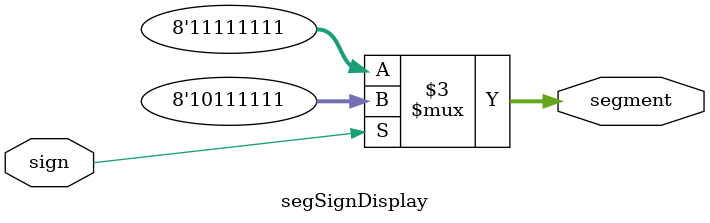
<source format=v>
`timescale 1ns / 1ps
module segSignDisplay(
    input sign,
    output reg [7:0] segment
    );
	 
	 always @(*) begin
		if(sign) // negative
		begin
			segment <= 8'b10111111;
		end
		else
		begin
			segment <= 8'b11111111;
		end
	 end
endmodule

</source>
